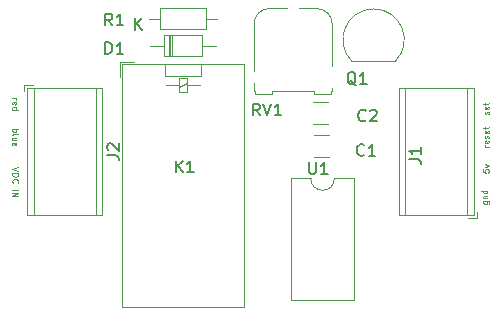
<source format=gbr>
%TF.GenerationSoftware,KiCad,Pcbnew,(5.1.12)-1*%
%TF.CreationDate,2022-01-10T13:04:04+01:00*%
%TF.ProjectId,trainCatcherRelay,74726169-6e43-4617-9463-68657252656c,rev?*%
%TF.SameCoordinates,Original*%
%TF.FileFunction,Legend,Top*%
%TF.FilePolarity,Positive*%
%FSLAX46Y46*%
G04 Gerber Fmt 4.6, Leading zero omitted, Abs format (unit mm)*
G04 Created by KiCad (PCBNEW (5.1.12)-1) date 2022-01-10 13:04:04*
%MOMM*%
%LPD*%
G01*
G04 APERTURE LIST*
%ADD10C,0.075000*%
%ADD11C,0.120000*%
%ADD12C,0.150000*%
G04 APERTURE END LIST*
D10*
X124098809Y51149095D02*
X123598809Y50982428D01*
X124098809Y50815761D01*
X123598809Y50649095D02*
X124098809Y50649095D01*
X124098809Y50530047D01*
X124075000Y50458619D01*
X124027380Y50411000D01*
X123979761Y50387190D01*
X123884523Y50363380D01*
X123813095Y50363380D01*
X123717857Y50387190D01*
X123670238Y50411000D01*
X123622619Y50458619D01*
X123598809Y50530047D01*
X123598809Y50649095D01*
X123646428Y49863380D02*
X123622619Y49887190D01*
X123598809Y49958619D01*
X123598809Y50006238D01*
X123622619Y50077666D01*
X123670238Y50125285D01*
X123717857Y50149095D01*
X123813095Y50172904D01*
X123884523Y50172904D01*
X123979761Y50149095D01*
X124027380Y50125285D01*
X124075000Y50077666D01*
X124098809Y50006238D01*
X124098809Y49958619D01*
X124075000Y49887190D01*
X124051190Y49863380D01*
X123598809Y49268142D02*
X124098809Y49268142D01*
X123598809Y49030047D02*
X124098809Y49030047D01*
X123598809Y48744333D01*
X124098809Y48744333D01*
X123598809Y54399571D02*
X124098809Y54399571D01*
X123908333Y54399571D02*
X123932142Y54351952D01*
X123932142Y54256714D01*
X123908333Y54209095D01*
X123884523Y54185285D01*
X123836904Y54161476D01*
X123694047Y54161476D01*
X123646428Y54185285D01*
X123622619Y54209095D01*
X123598809Y54256714D01*
X123598809Y54351952D01*
X123622619Y54399571D01*
X123598809Y53875761D02*
X123622619Y53923380D01*
X123670238Y53947190D01*
X124098809Y53947190D01*
X123932142Y53471000D02*
X123598809Y53471000D01*
X123932142Y53685285D02*
X123670238Y53685285D01*
X123622619Y53661476D01*
X123598809Y53613857D01*
X123598809Y53542428D01*
X123622619Y53494809D01*
X123646428Y53471000D01*
X123622619Y53042428D02*
X123598809Y53090047D01*
X123598809Y53185285D01*
X123622619Y53232904D01*
X123670238Y53256714D01*
X123860714Y53256714D01*
X123908333Y53232904D01*
X123932142Y53185285D01*
X123932142Y53090047D01*
X123908333Y53042428D01*
X123860714Y53018619D01*
X123813095Y53018619D01*
X123765476Y53256714D01*
X123598809Y56991190D02*
X123932142Y56991190D01*
X123836904Y56991190D02*
X123884523Y56967380D01*
X123908333Y56943571D01*
X123932142Y56895952D01*
X123932142Y56848333D01*
X123622619Y56491190D02*
X123598809Y56538809D01*
X123598809Y56634047D01*
X123622619Y56681666D01*
X123670238Y56705476D01*
X123860714Y56705476D01*
X123908333Y56681666D01*
X123932142Y56634047D01*
X123932142Y56538809D01*
X123908333Y56491190D01*
X123860714Y56467380D01*
X123813095Y56467380D01*
X123765476Y56705476D01*
X123598809Y56038809D02*
X124098809Y56038809D01*
X123622619Y56038809D02*
X123598809Y56086428D01*
X123598809Y56181666D01*
X123622619Y56229285D01*
X123646428Y56253095D01*
X123694047Y56276904D01*
X123836904Y56276904D01*
X123884523Y56253095D01*
X123908333Y56229285D01*
X123932142Y56181666D01*
X123932142Y56086428D01*
X123908333Y56038809D01*
X163468857Y48295761D02*
X163873619Y48295761D01*
X163921238Y48271952D01*
X163945047Y48248142D01*
X163968857Y48200523D01*
X163968857Y48129095D01*
X163945047Y48081476D01*
X163778380Y48295761D02*
X163802190Y48248142D01*
X163802190Y48152904D01*
X163778380Y48105285D01*
X163754571Y48081476D01*
X163706952Y48057666D01*
X163564095Y48057666D01*
X163516476Y48081476D01*
X163492666Y48105285D01*
X163468857Y48152904D01*
X163468857Y48248142D01*
X163492666Y48295761D01*
X163468857Y48533857D02*
X163802190Y48533857D01*
X163516476Y48533857D02*
X163492666Y48557666D01*
X163468857Y48605285D01*
X163468857Y48676714D01*
X163492666Y48724333D01*
X163540285Y48748142D01*
X163802190Y48748142D01*
X163802190Y49200523D02*
X163302190Y49200523D01*
X163778380Y49200523D02*
X163802190Y49152904D01*
X163802190Y49057666D01*
X163778380Y49010047D01*
X163754571Y48986238D01*
X163706952Y48962428D01*
X163564095Y48962428D01*
X163516476Y48986238D01*
X163492666Y49010047D01*
X163468857Y49057666D01*
X163468857Y49152904D01*
X163492666Y49200523D01*
X163429190Y50982571D02*
X163429190Y50744476D01*
X163667285Y50720666D01*
X163643476Y50744476D01*
X163619666Y50792095D01*
X163619666Y50911142D01*
X163643476Y50958761D01*
X163667285Y50982571D01*
X163714904Y51006380D01*
X163833952Y51006380D01*
X163881571Y50982571D01*
X163905380Y50958761D01*
X163929190Y50911142D01*
X163929190Y50792095D01*
X163905380Y50744476D01*
X163881571Y50720666D01*
X163595857Y51173047D02*
X163929190Y51292095D01*
X163595857Y51411142D01*
X163929190Y52911476D02*
X163595857Y52911476D01*
X163691095Y52911476D02*
X163643476Y52935285D01*
X163619666Y52959095D01*
X163595857Y53006714D01*
X163595857Y53054333D01*
X163905380Y53411476D02*
X163929190Y53363857D01*
X163929190Y53268619D01*
X163905380Y53221000D01*
X163857761Y53197190D01*
X163667285Y53197190D01*
X163619666Y53221000D01*
X163595857Y53268619D01*
X163595857Y53363857D01*
X163619666Y53411476D01*
X163667285Y53435285D01*
X163714904Y53435285D01*
X163762523Y53197190D01*
X163905380Y53625761D02*
X163929190Y53673380D01*
X163929190Y53768619D01*
X163905380Y53816238D01*
X163857761Y53840047D01*
X163833952Y53840047D01*
X163786333Y53816238D01*
X163762523Y53768619D01*
X163762523Y53697190D01*
X163738714Y53649571D01*
X163691095Y53625761D01*
X163667285Y53625761D01*
X163619666Y53649571D01*
X163595857Y53697190D01*
X163595857Y53768619D01*
X163619666Y53816238D01*
X163905380Y54244809D02*
X163929190Y54197190D01*
X163929190Y54101952D01*
X163905380Y54054333D01*
X163857761Y54030523D01*
X163667285Y54030523D01*
X163619666Y54054333D01*
X163595857Y54101952D01*
X163595857Y54197190D01*
X163619666Y54244809D01*
X163667285Y54268619D01*
X163714904Y54268619D01*
X163762523Y54030523D01*
X163595857Y54411476D02*
X163595857Y54601952D01*
X163429190Y54482904D02*
X163857761Y54482904D01*
X163905380Y54506714D01*
X163929190Y54554333D01*
X163929190Y54601952D01*
X163905380Y55669714D02*
X163929190Y55717333D01*
X163929190Y55812571D01*
X163905380Y55860190D01*
X163857761Y55884000D01*
X163833952Y55884000D01*
X163786333Y55860190D01*
X163762523Y55812571D01*
X163762523Y55741142D01*
X163738714Y55693523D01*
X163691095Y55669714D01*
X163667285Y55669714D01*
X163619666Y55693523D01*
X163595857Y55741142D01*
X163595857Y55812571D01*
X163619666Y55860190D01*
X163905380Y56288761D02*
X163929190Y56241142D01*
X163929190Y56145904D01*
X163905380Y56098285D01*
X163857761Y56074476D01*
X163667285Y56074476D01*
X163619666Y56098285D01*
X163595857Y56145904D01*
X163595857Y56241142D01*
X163619666Y56288761D01*
X163667285Y56312571D01*
X163714904Y56312571D01*
X163762523Y56074476D01*
X163595857Y56455428D02*
X163595857Y56645904D01*
X163429190Y56526857D02*
X163857761Y56526857D01*
X163905380Y56550666D01*
X163929190Y56598285D01*
X163929190Y56645904D01*
D11*
%TO.C,RV1*%
X149360000Y64611000D02*
G75*
G02*
X150670000Y63301000I0J-1310000D01*
G01*
X144050000Y63301000D02*
G75*
G02*
X145360000Y64611000I1310000J0D01*
G01*
X144050000Y57591000D02*
X144050000Y58281000D01*
X144150000Y57591000D02*
X144050000Y57591000D01*
X150670000Y57591000D02*
X150670000Y57841000D01*
X150570000Y57591000D02*
X150670000Y57591000D01*
X150570000Y57391000D02*
X150570000Y57591000D01*
X149150000Y57591000D02*
X149150000Y57391000D01*
X145360000Y64611000D02*
X146850000Y64611000D01*
X144050000Y59321000D02*
X144050000Y63301000D01*
X150670000Y63301000D02*
X150670000Y59761000D01*
X147870000Y64611000D02*
X149360000Y64611000D01*
X144150000Y57391000D02*
X144150000Y57591000D01*
X145570000Y57391000D02*
X144150000Y57391000D01*
X145570000Y57591000D02*
X145570000Y57391000D01*
X149150000Y57591000D02*
X145570000Y57591000D01*
X150570000Y57391000D02*
X149150000Y57391000D01*
%TO.C,C2*%
X150342000Y54873000D02*
X149084000Y54873000D01*
X150342000Y56713000D02*
X149084000Y56713000D01*
%TO.C,K1*%
X138409000Y58737000D02*
X137709000Y58737000D01*
X138409000Y57537000D02*
X138409000Y58737000D01*
X137709000Y57537000D02*
X138409000Y57537000D01*
X137709000Y58737000D02*
X137709000Y57537000D01*
X137709000Y57937000D02*
X138409000Y58337000D01*
X138409000Y58107000D02*
X139509000Y58107000D01*
X137709000Y58107000D02*
X136609000Y58107000D01*
X139539000Y58887000D02*
X139539000Y59947000D01*
X136539000Y58887000D02*
X139539000Y58887000D01*
X136539000Y59947000D02*
X136539000Y58907000D01*
X143239000Y59947000D02*
X132859000Y59947000D01*
X143239000Y39357000D02*
X143239000Y59947000D01*
X132859000Y39357000D02*
X143239000Y39357000D01*
X132859000Y59947000D02*
X132859000Y39357000D01*
X132699000Y58797000D02*
X132699000Y60097000D01*
X132699000Y60097000D02*
X133909000Y60097000D01*
%TO.C,Q1*%
X152378000Y60126000D02*
X155978000Y60126000D01*
X156016478Y60137522D02*
G75*
G03*
X154178000Y64576000I-1838478J1838478D01*
G01*
X152339522Y60137522D02*
G75*
G02*
X154178000Y64576000I1838478J1838478D01*
G01*
%TO.C,C1*%
X150382000Y53879000D02*
X149124000Y53879000D01*
X150382000Y52039000D02*
X149124000Y52039000D01*
%TO.C,U1*%
X152510000Y50225000D02*
X150860000Y50225000D01*
X152510000Y39945000D02*
X152510000Y50225000D01*
X147210000Y39945000D02*
X152510000Y39945000D01*
X147210000Y50225000D02*
X147210000Y39945000D01*
X148860000Y50225000D02*
X147210000Y50225000D01*
X150860000Y50225000D02*
G75*
G02*
X148860000Y50225000I-1000000J0D01*
G01*
%TO.C,R1*%
X135179000Y63754000D02*
X136129000Y63754000D01*
X140919000Y63754000D02*
X139969000Y63754000D01*
X136129000Y62834000D02*
X139969000Y62834000D01*
X136129000Y64674000D02*
X136129000Y62834000D01*
X139969000Y64674000D02*
X136129000Y64674000D01*
X139969000Y62834000D02*
X139969000Y64674000D01*
%TO.C,J2*%
X124600000Y58130000D02*
X124600000Y57630000D01*
X125340000Y58130000D02*
X124600000Y58130000D01*
X131160000Y47150000D02*
X124840000Y47150000D01*
X131160000Y57890000D02*
X124840000Y57890000D01*
X124840000Y57890000D02*
X124840000Y47150000D01*
X131160000Y57890000D02*
X131160000Y47150000D01*
X130700000Y57890000D02*
X130700000Y47150000D01*
X125400000Y57890000D02*
X125400000Y47150000D01*
%TO.C,J1*%
X162900000Y46870000D02*
X162900000Y47370000D01*
X162160000Y46870000D02*
X162900000Y46870000D01*
X156340000Y57850000D02*
X162660000Y57850000D01*
X156340000Y47110000D02*
X162660000Y47110000D01*
X162660000Y47110000D02*
X162660000Y57850000D01*
X156340000Y47110000D02*
X156340000Y57850000D01*
X156800000Y47110000D02*
X156800000Y57850000D01*
X162100000Y47110000D02*
X162100000Y57850000D01*
%TO.C,D1*%
X136865000Y62388000D02*
X136865000Y60548000D01*
X137105000Y62388000D02*
X137105000Y60548000D01*
X136985000Y62388000D02*
X136985000Y60548000D01*
X140869000Y61468000D02*
X139689000Y61468000D01*
X135229000Y61468000D02*
X136409000Y61468000D01*
X139689000Y62388000D02*
X136409000Y62388000D01*
X139689000Y60548000D02*
X139689000Y62388000D01*
X136409000Y60548000D02*
X139689000Y60548000D01*
X136409000Y62388000D02*
X136409000Y60548000D01*
%TO.C,RV1*%
D12*
X144565761Y55554619D02*
X144232428Y56030809D01*
X143994333Y55554619D02*
X143994333Y56554619D01*
X144375285Y56554619D01*
X144470523Y56507000D01*
X144518142Y56459380D01*
X144565761Y56364142D01*
X144565761Y56221285D01*
X144518142Y56126047D01*
X144470523Y56078428D01*
X144375285Y56030809D01*
X143994333Y56030809D01*
X144851476Y56554619D02*
X145184809Y55554619D01*
X145518142Y56554619D01*
X146375285Y55554619D02*
X145803857Y55554619D01*
X146089571Y55554619D02*
X146089571Y56554619D01*
X145994333Y56411761D01*
X145899095Y56316523D01*
X145803857Y56268904D01*
%TO.C,C2*%
X153503333Y55141857D02*
X153455714Y55094238D01*
X153312857Y55046619D01*
X153217619Y55046619D01*
X153074761Y55094238D01*
X152979523Y55189476D01*
X152931904Y55284714D01*
X152884285Y55475190D01*
X152884285Y55618047D01*
X152931904Y55808523D01*
X152979523Y55903761D01*
X153074761Y55999000D01*
X153217619Y56046619D01*
X153312857Y56046619D01*
X153455714Y55999000D01*
X153503333Y55951380D01*
X153884285Y55951380D02*
X153931904Y55999000D01*
X154027142Y56046619D01*
X154265238Y56046619D01*
X154360476Y55999000D01*
X154408095Y55951380D01*
X154455714Y55856142D01*
X154455714Y55760904D01*
X154408095Y55618047D01*
X153836666Y55046619D01*
X154455714Y55046619D01*
%TO.C,K1*%
X137437904Y50728619D02*
X137437904Y51728619D01*
X138009333Y50728619D02*
X137580761Y51300047D01*
X138009333Y51728619D02*
X137437904Y51157190D01*
X138961714Y50728619D02*
X138390285Y50728619D01*
X138676000Y50728619D02*
X138676000Y51728619D01*
X138580761Y51585761D01*
X138485523Y51490523D01*
X138390285Y51442904D01*
%TO.C,Q1*%
X152685761Y58126380D02*
X152590523Y58174000D01*
X152495285Y58269238D01*
X152352428Y58412095D01*
X152257190Y58459714D01*
X152161952Y58459714D01*
X152209571Y58221619D02*
X152114333Y58269238D01*
X152019095Y58364476D01*
X151971476Y58554952D01*
X151971476Y58888285D01*
X152019095Y59078761D01*
X152114333Y59174000D01*
X152209571Y59221619D01*
X152400047Y59221619D01*
X152495285Y59174000D01*
X152590523Y59078761D01*
X152638142Y58888285D01*
X152638142Y58554952D01*
X152590523Y58364476D01*
X152495285Y58269238D01*
X152400047Y58221619D01*
X152209571Y58221619D01*
X153590523Y58221619D02*
X153019095Y58221619D01*
X153304809Y58221619D02*
X153304809Y59221619D01*
X153209571Y59078761D01*
X153114333Y58983523D01*
X153019095Y58935904D01*
%TO.C,C1*%
X153376333Y52220857D02*
X153328714Y52173238D01*
X153185857Y52125619D01*
X153090619Y52125619D01*
X152947761Y52173238D01*
X152852523Y52268476D01*
X152804904Y52363714D01*
X152757285Y52554190D01*
X152757285Y52697047D01*
X152804904Y52887523D01*
X152852523Y52982761D01*
X152947761Y53078000D01*
X153090619Y53125619D01*
X153185857Y53125619D01*
X153328714Y53078000D01*
X153376333Y53030380D01*
X154328714Y52125619D02*
X153757285Y52125619D01*
X154043000Y52125619D02*
X154043000Y53125619D01*
X153947761Y52982761D01*
X153852523Y52887523D01*
X153757285Y52839904D01*
%TO.C,U1*%
X148717095Y51601619D02*
X148717095Y50792095D01*
X148764714Y50696857D01*
X148812333Y50649238D01*
X148907571Y50601619D01*
X149098047Y50601619D01*
X149193285Y50649238D01*
X149240904Y50696857D01*
X149288523Y50792095D01*
X149288523Y51601619D01*
X150288523Y50601619D02*
X149717095Y50601619D01*
X150002809Y50601619D02*
X150002809Y51601619D01*
X149907571Y51458761D01*
X149812333Y51363523D01*
X149717095Y51315904D01*
%TO.C,R1*%
X132040333Y63174619D02*
X131707000Y63650809D01*
X131468904Y63174619D02*
X131468904Y64174619D01*
X131849857Y64174619D01*
X131945095Y64127000D01*
X131992714Y64079380D01*
X132040333Y63984142D01*
X132040333Y63841285D01*
X131992714Y63746047D01*
X131945095Y63698428D01*
X131849857Y63650809D01*
X131468904Y63650809D01*
X132992714Y63174619D02*
X132421285Y63174619D01*
X132707000Y63174619D02*
X132707000Y64174619D01*
X132611761Y64031761D01*
X132516523Y63936523D01*
X132421285Y63888904D01*
%TO.C,J2*%
X131612380Y52186666D02*
X132326666Y52186666D01*
X132469523Y52139047D01*
X132564761Y52043809D01*
X132612380Y51900952D01*
X132612380Y51805714D01*
X131707619Y52615238D02*
X131660000Y52662857D01*
X131612380Y52758095D01*
X131612380Y52996190D01*
X131660000Y53091428D01*
X131707619Y53139047D01*
X131802857Y53186666D01*
X131898095Y53186666D01*
X132040952Y53139047D01*
X132612380Y52567619D01*
X132612380Y53186666D01*
%TO.C,J1*%
X157186380Y51863666D02*
X157900666Y51863666D01*
X158043523Y51816047D01*
X158138761Y51720809D01*
X158186380Y51577952D01*
X158186380Y51482714D01*
X158186380Y52863666D02*
X158186380Y52292238D01*
X158186380Y52577952D02*
X157186380Y52577952D01*
X157329238Y52482714D01*
X157424476Y52387476D01*
X157472095Y52292238D01*
%TO.C,D1*%
X131468904Y60761619D02*
X131468904Y61761619D01*
X131707000Y61761619D01*
X131849857Y61714000D01*
X131945095Y61618761D01*
X131992714Y61523523D01*
X132040333Y61333047D01*
X132040333Y61190190D01*
X131992714Y60999714D01*
X131945095Y60904476D01*
X131849857Y60809238D01*
X131707000Y60761619D01*
X131468904Y60761619D01*
X132992714Y60761619D02*
X132421285Y60761619D01*
X132707000Y60761619D02*
X132707000Y61761619D01*
X132611761Y61618761D01*
X132516523Y61523523D01*
X132421285Y61475904D01*
X133977095Y62765619D02*
X133977095Y63765619D01*
X134548523Y62765619D02*
X134119952Y63337047D01*
X134548523Y63765619D02*
X133977095Y63194190D01*
%TD*%
M02*

</source>
